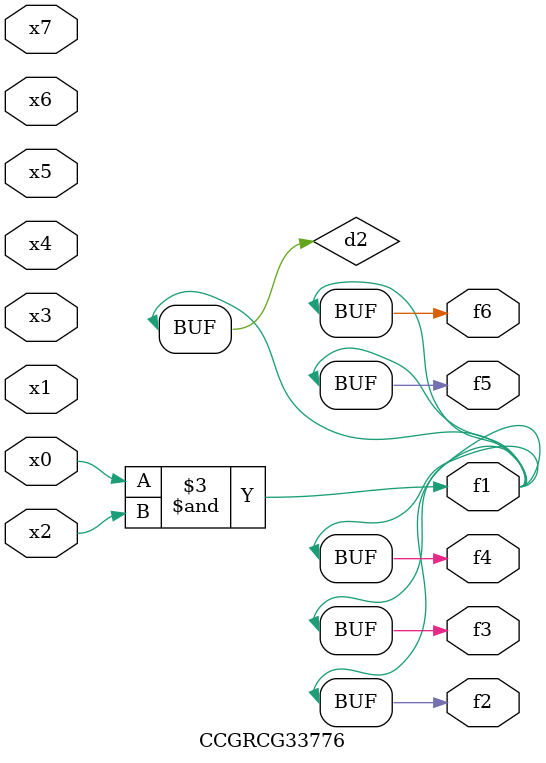
<source format=v>
module CCGRCG33776(
	input x0, x1, x2, x3, x4, x5, x6, x7,
	output f1, f2, f3, f4, f5, f6
);

	wire d1, d2;

	nor (d1, x3, x6);
	and (d2, x0, x2);
	assign f1 = d2;
	assign f2 = d2;
	assign f3 = d2;
	assign f4 = d2;
	assign f5 = d2;
	assign f6 = d2;
endmodule

</source>
